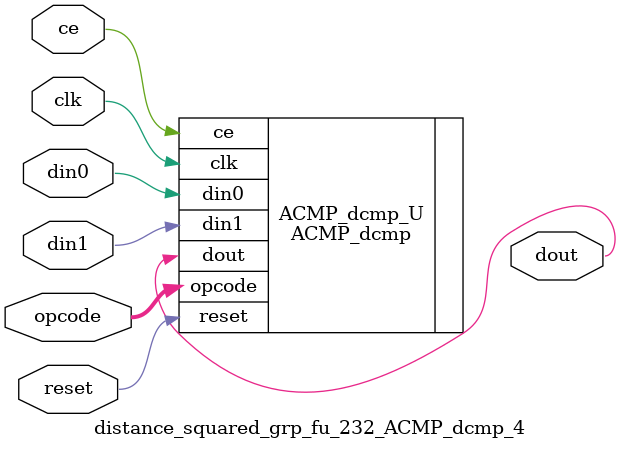
<source format=v>

`timescale 1 ns / 1 ps
module distance_squared_grp_fu_232_ACMP_dcmp_4(
    clk,
    reset,
    ce,
    din0,
    din1,
    opcode,
    dout);

parameter ID = 32'd1;
parameter NUM_STAGE = 32'd1;
parameter din0_WIDTH = 32'd1;
parameter din1_WIDTH = 32'd1;
parameter dout_WIDTH = 32'd1;
input clk;
input reset;
input ce;
input[din0_WIDTH - 1:0] din0;
input[din1_WIDTH - 1:0] din1;
input[5 - 1:0] opcode;
output[dout_WIDTH - 1:0] dout;



ACMP_dcmp #(
.ID( ID ),
.NUM_STAGE( 3 ),
.din0_WIDTH( din0_WIDTH ),
.din1_WIDTH( din1_WIDTH ),
.dout_WIDTH( dout_WIDTH ))
ACMP_dcmp_U(
    .clk( clk ),
    .reset( reset ),
    .ce( ce ),
    .din0( din0 ),
    .din1( din1 ),
    .dout( dout ),
    .opcode( opcode ));

endmodule

</source>
